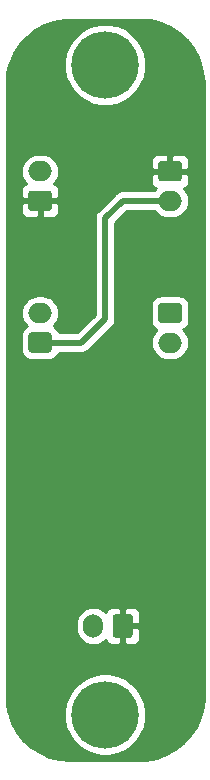
<source format=gbl>
G04 #@! TF.GenerationSoftware,KiCad,Pcbnew,5.1.9+dfsg1-1*
G04 #@! TF.CreationDate,2023-01-27T16:31:19+09:00*
G04 #@! TF.ProjectId,quadtopus-thermistor,71756164-746f-4707-9573-2d746865726d,rev?*
G04 #@! TF.SameCoordinates,Original*
G04 #@! TF.FileFunction,Copper,L2,Bot*
G04 #@! TF.FilePolarity,Positive*
%FSLAX46Y46*%
G04 Gerber Fmt 4.6, Leading zero omitted, Abs format (unit mm)*
G04 Created by KiCad (PCBNEW 5.1.9+dfsg1-1) date 2023-01-27 16:31:19*
%MOMM*%
%LPD*%
G01*
G04 APERTURE LIST*
G04 #@! TA.AperFunction,ComponentPad*
%ADD10C,5.700000*%
G04 #@! TD*
G04 #@! TA.AperFunction,ComponentPad*
%ADD11O,1.700000X2.000000*%
G04 #@! TD*
G04 #@! TA.AperFunction,ComponentPad*
%ADD12O,2.000000X1.700000*%
G04 #@! TD*
G04 #@! TA.AperFunction,Conductor*
%ADD13C,0.500000*%
G04 #@! TD*
G04 #@! TA.AperFunction,Conductor*
%ADD14C,0.254000*%
G04 #@! TD*
G04 #@! TA.AperFunction,Conductor*
%ADD15C,0.100000*%
G04 #@! TD*
G04 APERTURE END LIST*
D10*
X132000000Y-137500000D03*
X132000000Y-82500000D03*
G04 #@! TA.AperFunction,ComponentPad*
G36*
G01*
X134350000Y-129250000D02*
X134350000Y-130750000D01*
G75*
G02*
X134100000Y-131000000I-250000J0D01*
G01*
X132900000Y-131000000D01*
G75*
G02*
X132650000Y-130750000I0J250000D01*
G01*
X132650000Y-129250000D01*
G75*
G02*
X132900000Y-129000000I250000J0D01*
G01*
X134100000Y-129000000D01*
G75*
G02*
X134350000Y-129250000I0J-250000D01*
G01*
G37*
G04 #@! TD.AperFunction*
D11*
X131000000Y-130000000D03*
G04 #@! TA.AperFunction,ComponentPad*
G36*
G01*
X136750000Y-102650000D02*
X138250000Y-102650000D01*
G75*
G02*
X138500000Y-102900000I0J-250000D01*
G01*
X138500000Y-104100000D01*
G75*
G02*
X138250000Y-104350000I-250000J0D01*
G01*
X136750000Y-104350000D01*
G75*
G02*
X136500000Y-104100000I0J250000D01*
G01*
X136500000Y-102900000D01*
G75*
G02*
X136750000Y-102650000I250000J0D01*
G01*
G37*
G04 #@! TD.AperFunction*
D12*
X137500000Y-106000000D03*
X126500000Y-91500000D03*
G04 #@! TA.AperFunction,ComponentPad*
G36*
G01*
X127250000Y-94850000D02*
X125750000Y-94850000D01*
G75*
G02*
X125500000Y-94600000I0J250000D01*
G01*
X125500000Y-93400000D01*
G75*
G02*
X125750000Y-93150000I250000J0D01*
G01*
X127250000Y-93150000D01*
G75*
G02*
X127500000Y-93400000I0J-250000D01*
G01*
X127500000Y-94600000D01*
G75*
G02*
X127250000Y-94850000I-250000J0D01*
G01*
G37*
G04 #@! TD.AperFunction*
G04 #@! TA.AperFunction,ComponentPad*
G36*
G01*
X127250000Y-106850000D02*
X125750000Y-106850000D01*
G75*
G02*
X125500000Y-106600000I0J250000D01*
G01*
X125500000Y-105400000D01*
G75*
G02*
X125750000Y-105150000I250000J0D01*
G01*
X127250000Y-105150000D01*
G75*
G02*
X127500000Y-105400000I0J-250000D01*
G01*
X127500000Y-106600000D01*
G75*
G02*
X127250000Y-106850000I-250000J0D01*
G01*
G37*
G04 #@! TD.AperFunction*
X126500000Y-103500000D03*
X137500000Y-94000000D03*
G04 #@! TA.AperFunction,ComponentPad*
G36*
G01*
X136750000Y-90650000D02*
X138250000Y-90650000D01*
G75*
G02*
X138500000Y-90900000I0J-250000D01*
G01*
X138500000Y-92100000D01*
G75*
G02*
X138250000Y-92350000I-250000J0D01*
G01*
X136750000Y-92350000D01*
G75*
G02*
X136500000Y-92100000I0J250000D01*
G01*
X136500000Y-90900000D01*
G75*
G02*
X136750000Y-90650000I250000J0D01*
G01*
G37*
G04 #@! TD.AperFunction*
D13*
X133500000Y-94000000D02*
X137500000Y-94000000D01*
X132000000Y-95500000D02*
X133500000Y-94000000D01*
X132000000Y-104000000D02*
X132000000Y-95500000D01*
X130000000Y-106000000D02*
X132000000Y-104000000D01*
X126500000Y-106000000D02*
X130000000Y-106000000D01*
D14*
X135871797Y-78733902D02*
X136720182Y-78947001D01*
X137522371Y-79295803D01*
X138256818Y-79770938D01*
X138903798Y-80359646D01*
X139445946Y-81046125D01*
X139868692Y-81811928D01*
X140160684Y-82636491D01*
X140316116Y-83509076D01*
X140340001Y-84015568D01*
X140340000Y-135972911D01*
X140266098Y-136871802D01*
X140052999Y-137720180D01*
X139704197Y-138522371D01*
X139229062Y-139256818D01*
X138640354Y-139903799D01*
X137953875Y-140445946D01*
X137188076Y-140868691D01*
X136363514Y-141160683D01*
X135490925Y-141316116D01*
X134984453Y-141340000D01*
X129027089Y-141340000D01*
X128128198Y-141266098D01*
X127279820Y-141052999D01*
X126477629Y-140704197D01*
X125743182Y-140229062D01*
X125096201Y-139640354D01*
X124554054Y-138953875D01*
X124131309Y-138188076D01*
X123839317Y-137363514D01*
X123802488Y-137156758D01*
X128515000Y-137156758D01*
X128515000Y-137843242D01*
X128648927Y-138516537D01*
X128911633Y-139150766D01*
X129293024Y-139721558D01*
X129778442Y-140206976D01*
X130349234Y-140588367D01*
X130983463Y-140851073D01*
X131656758Y-140985000D01*
X132343242Y-140985000D01*
X133016537Y-140851073D01*
X133650766Y-140588367D01*
X134221558Y-140206976D01*
X134706976Y-139721558D01*
X135088367Y-139150766D01*
X135351073Y-138516537D01*
X135485000Y-137843242D01*
X135485000Y-137156758D01*
X135351073Y-136483463D01*
X135088367Y-135849234D01*
X134706976Y-135278442D01*
X134221558Y-134793024D01*
X133650766Y-134411633D01*
X133016537Y-134148927D01*
X132343242Y-134015000D01*
X131656758Y-134015000D01*
X130983463Y-134148927D01*
X130349234Y-134411633D01*
X129778442Y-134793024D01*
X129293024Y-135278442D01*
X128911633Y-135849234D01*
X128648927Y-136483463D01*
X128515000Y-137156758D01*
X123802488Y-137156758D01*
X123683884Y-136490925D01*
X123660000Y-135984453D01*
X123660000Y-129777050D01*
X129515000Y-129777050D01*
X129515000Y-130222949D01*
X129536487Y-130441110D01*
X129621401Y-130721033D01*
X129759294Y-130979013D01*
X129944866Y-131205134D01*
X130170986Y-131390706D01*
X130428966Y-131528599D01*
X130708889Y-131613513D01*
X131000000Y-131642185D01*
X131291110Y-131613513D01*
X131571033Y-131528599D01*
X131829013Y-131390706D01*
X132049945Y-131209392D01*
X132060498Y-131244180D01*
X132119463Y-131354494D01*
X132198815Y-131451185D01*
X132295506Y-131530537D01*
X132405820Y-131589502D01*
X132525518Y-131625812D01*
X132650000Y-131638072D01*
X133214250Y-131635000D01*
X133373000Y-131476250D01*
X133373000Y-130127000D01*
X133627000Y-130127000D01*
X133627000Y-131476250D01*
X133785750Y-131635000D01*
X134350000Y-131638072D01*
X134474482Y-131625812D01*
X134594180Y-131589502D01*
X134704494Y-131530537D01*
X134801185Y-131451185D01*
X134880537Y-131354494D01*
X134939502Y-131244180D01*
X134975812Y-131124482D01*
X134988072Y-131000000D01*
X134985000Y-130285750D01*
X134826250Y-130127000D01*
X133627000Y-130127000D01*
X133373000Y-130127000D01*
X133353000Y-130127000D01*
X133353000Y-129873000D01*
X133373000Y-129873000D01*
X133373000Y-128523750D01*
X133627000Y-128523750D01*
X133627000Y-129873000D01*
X134826250Y-129873000D01*
X134985000Y-129714250D01*
X134988072Y-129000000D01*
X134975812Y-128875518D01*
X134939502Y-128755820D01*
X134880537Y-128645506D01*
X134801185Y-128548815D01*
X134704494Y-128469463D01*
X134594180Y-128410498D01*
X134474482Y-128374188D01*
X134350000Y-128361928D01*
X133785750Y-128365000D01*
X133627000Y-128523750D01*
X133373000Y-128523750D01*
X133214250Y-128365000D01*
X132650000Y-128361928D01*
X132525518Y-128374188D01*
X132405820Y-128410498D01*
X132295506Y-128469463D01*
X132198815Y-128548815D01*
X132119463Y-128645506D01*
X132060498Y-128755820D01*
X132049945Y-128790608D01*
X131829014Y-128609294D01*
X131571034Y-128471401D01*
X131291111Y-128386487D01*
X131000000Y-128357815D01*
X130708890Y-128386487D01*
X130428967Y-128471401D01*
X130170987Y-128609294D01*
X129944866Y-128794866D01*
X129759294Y-129020986D01*
X129621401Y-129278966D01*
X129536487Y-129558889D01*
X129515000Y-129777050D01*
X123660000Y-129777050D01*
X123660000Y-103500000D01*
X124857815Y-103500000D01*
X124886487Y-103791111D01*
X124971401Y-104071034D01*
X125109294Y-104329014D01*
X125294866Y-104555134D01*
X125358337Y-104607223D01*
X125256614Y-104661595D01*
X125122038Y-104772038D01*
X125011595Y-104906614D01*
X124929528Y-105060150D01*
X124878992Y-105226746D01*
X124861928Y-105400000D01*
X124861928Y-106600000D01*
X124878992Y-106773254D01*
X124929528Y-106939850D01*
X125011595Y-107093386D01*
X125122038Y-107227962D01*
X125256614Y-107338405D01*
X125410150Y-107420472D01*
X125576746Y-107471008D01*
X125750000Y-107488072D01*
X127250000Y-107488072D01*
X127423254Y-107471008D01*
X127589850Y-107420472D01*
X127743386Y-107338405D01*
X127877962Y-107227962D01*
X127988405Y-107093386D01*
X128070472Y-106939850D01*
X128087110Y-106885000D01*
X129956531Y-106885000D01*
X130000000Y-106889281D01*
X130043469Y-106885000D01*
X130043477Y-106885000D01*
X130173490Y-106872195D01*
X130340313Y-106821589D01*
X130494059Y-106739411D01*
X130628817Y-106628817D01*
X130656534Y-106595044D01*
X131251578Y-106000000D01*
X135857815Y-106000000D01*
X135886487Y-106291111D01*
X135971401Y-106571034D01*
X136109294Y-106829014D01*
X136294866Y-107055134D01*
X136520986Y-107240706D01*
X136778966Y-107378599D01*
X137058889Y-107463513D01*
X137277050Y-107485000D01*
X137722950Y-107485000D01*
X137941111Y-107463513D01*
X138221034Y-107378599D01*
X138479014Y-107240706D01*
X138705134Y-107055134D01*
X138890706Y-106829014D01*
X139028599Y-106571034D01*
X139113513Y-106291111D01*
X139142185Y-106000000D01*
X139113513Y-105708889D01*
X139028599Y-105428966D01*
X138890706Y-105170986D01*
X138705134Y-104944866D01*
X138641663Y-104892777D01*
X138743386Y-104838405D01*
X138877962Y-104727962D01*
X138988405Y-104593386D01*
X139070472Y-104439850D01*
X139121008Y-104273254D01*
X139138072Y-104100000D01*
X139138072Y-102900000D01*
X139121008Y-102726746D01*
X139070472Y-102560150D01*
X138988405Y-102406614D01*
X138877962Y-102272038D01*
X138743386Y-102161595D01*
X138589850Y-102079528D01*
X138423254Y-102028992D01*
X138250000Y-102011928D01*
X136750000Y-102011928D01*
X136576746Y-102028992D01*
X136410150Y-102079528D01*
X136256614Y-102161595D01*
X136122038Y-102272038D01*
X136011595Y-102406614D01*
X135929528Y-102560150D01*
X135878992Y-102726746D01*
X135861928Y-102900000D01*
X135861928Y-104100000D01*
X135878992Y-104273254D01*
X135929528Y-104439850D01*
X136011595Y-104593386D01*
X136122038Y-104727962D01*
X136256614Y-104838405D01*
X136358337Y-104892777D01*
X136294866Y-104944866D01*
X136109294Y-105170986D01*
X135971401Y-105428966D01*
X135886487Y-105708889D01*
X135857815Y-106000000D01*
X131251578Y-106000000D01*
X132595050Y-104656529D01*
X132628817Y-104628817D01*
X132739411Y-104494059D01*
X132821589Y-104340313D01*
X132872195Y-104173490D01*
X132885000Y-104043477D01*
X132885000Y-104043467D01*
X132889281Y-104000001D01*
X132885000Y-103956535D01*
X132885000Y-95866578D01*
X133866579Y-94885000D01*
X136155241Y-94885000D01*
X136294866Y-95055134D01*
X136520986Y-95240706D01*
X136778966Y-95378599D01*
X137058889Y-95463513D01*
X137277050Y-95485000D01*
X137722950Y-95485000D01*
X137941111Y-95463513D01*
X138221034Y-95378599D01*
X138479014Y-95240706D01*
X138705134Y-95055134D01*
X138890706Y-94829014D01*
X139028599Y-94571034D01*
X139113513Y-94291111D01*
X139142185Y-94000000D01*
X139113513Y-93708889D01*
X139028599Y-93428966D01*
X138890706Y-93170986D01*
X138709392Y-92950055D01*
X138744180Y-92939502D01*
X138854494Y-92880537D01*
X138951185Y-92801185D01*
X139030537Y-92704494D01*
X139089502Y-92594180D01*
X139125812Y-92474482D01*
X139138072Y-92350000D01*
X139135000Y-91785750D01*
X138976250Y-91627000D01*
X137627000Y-91627000D01*
X137627000Y-91647000D01*
X137373000Y-91647000D01*
X137373000Y-91627000D01*
X136023750Y-91627000D01*
X135865000Y-91785750D01*
X135861928Y-92350000D01*
X135874188Y-92474482D01*
X135910498Y-92594180D01*
X135969463Y-92704494D01*
X136048815Y-92801185D01*
X136145506Y-92880537D01*
X136255820Y-92939502D01*
X136290608Y-92950055D01*
X136155241Y-93115000D01*
X133543465Y-93115000D01*
X133499999Y-93110719D01*
X133456533Y-93115000D01*
X133456523Y-93115000D01*
X133326510Y-93127805D01*
X133159687Y-93178411D01*
X133005941Y-93260589D01*
X133005939Y-93260590D01*
X133005940Y-93260590D01*
X132904953Y-93343468D01*
X132904951Y-93343470D01*
X132871183Y-93371183D01*
X132843470Y-93404951D01*
X131404951Y-94843471D01*
X131371184Y-94871183D01*
X131343471Y-94904951D01*
X131343468Y-94904954D01*
X131260590Y-95005941D01*
X131178412Y-95159687D01*
X131127805Y-95326510D01*
X131110719Y-95500000D01*
X131115001Y-95543479D01*
X131115000Y-103633421D01*
X129633422Y-105115000D01*
X128087110Y-105115000D01*
X128070472Y-105060150D01*
X127988405Y-104906614D01*
X127877962Y-104772038D01*
X127743386Y-104661595D01*
X127641663Y-104607223D01*
X127705134Y-104555134D01*
X127890706Y-104329014D01*
X128028599Y-104071034D01*
X128113513Y-103791111D01*
X128142185Y-103500000D01*
X128113513Y-103208889D01*
X128028599Y-102928966D01*
X127890706Y-102670986D01*
X127705134Y-102444866D01*
X127479014Y-102259294D01*
X127221034Y-102121401D01*
X126941111Y-102036487D01*
X126722950Y-102015000D01*
X126277050Y-102015000D01*
X126058889Y-102036487D01*
X125778966Y-102121401D01*
X125520986Y-102259294D01*
X125294866Y-102444866D01*
X125109294Y-102670986D01*
X124971401Y-102928966D01*
X124886487Y-103208889D01*
X124857815Y-103500000D01*
X123660000Y-103500000D01*
X123660000Y-94850000D01*
X124861928Y-94850000D01*
X124874188Y-94974482D01*
X124910498Y-95094180D01*
X124969463Y-95204494D01*
X125048815Y-95301185D01*
X125145506Y-95380537D01*
X125255820Y-95439502D01*
X125375518Y-95475812D01*
X125500000Y-95488072D01*
X126214250Y-95485000D01*
X126373000Y-95326250D01*
X126373000Y-94127000D01*
X126627000Y-94127000D01*
X126627000Y-95326250D01*
X126785750Y-95485000D01*
X127500000Y-95488072D01*
X127624482Y-95475812D01*
X127744180Y-95439502D01*
X127854494Y-95380537D01*
X127951185Y-95301185D01*
X128030537Y-95204494D01*
X128089502Y-95094180D01*
X128125812Y-94974482D01*
X128138072Y-94850000D01*
X128135000Y-94285750D01*
X127976250Y-94127000D01*
X126627000Y-94127000D01*
X126373000Y-94127000D01*
X125023750Y-94127000D01*
X124865000Y-94285750D01*
X124861928Y-94850000D01*
X123660000Y-94850000D01*
X123660000Y-91500000D01*
X124857815Y-91500000D01*
X124886487Y-91791111D01*
X124971401Y-92071034D01*
X125109294Y-92329014D01*
X125290608Y-92549945D01*
X125255820Y-92560498D01*
X125145506Y-92619463D01*
X125048815Y-92698815D01*
X124969463Y-92795506D01*
X124910498Y-92905820D01*
X124874188Y-93025518D01*
X124861928Y-93150000D01*
X124865000Y-93714250D01*
X125023750Y-93873000D01*
X126373000Y-93873000D01*
X126373000Y-93853000D01*
X126627000Y-93853000D01*
X126627000Y-93873000D01*
X127976250Y-93873000D01*
X128135000Y-93714250D01*
X128138072Y-93150000D01*
X128125812Y-93025518D01*
X128089502Y-92905820D01*
X128030537Y-92795506D01*
X127951185Y-92698815D01*
X127854494Y-92619463D01*
X127744180Y-92560498D01*
X127709392Y-92549945D01*
X127890706Y-92329014D01*
X128028599Y-92071034D01*
X128113513Y-91791111D01*
X128142185Y-91500000D01*
X128113513Y-91208889D01*
X128028599Y-90928966D01*
X127890706Y-90670986D01*
X127873484Y-90650000D01*
X135861928Y-90650000D01*
X135865000Y-91214250D01*
X136023750Y-91373000D01*
X137373000Y-91373000D01*
X137373000Y-90173750D01*
X137627000Y-90173750D01*
X137627000Y-91373000D01*
X138976250Y-91373000D01*
X139135000Y-91214250D01*
X139138072Y-90650000D01*
X139125812Y-90525518D01*
X139089502Y-90405820D01*
X139030537Y-90295506D01*
X138951185Y-90198815D01*
X138854494Y-90119463D01*
X138744180Y-90060498D01*
X138624482Y-90024188D01*
X138500000Y-90011928D01*
X137785750Y-90015000D01*
X137627000Y-90173750D01*
X137373000Y-90173750D01*
X137214250Y-90015000D01*
X136500000Y-90011928D01*
X136375518Y-90024188D01*
X136255820Y-90060498D01*
X136145506Y-90119463D01*
X136048815Y-90198815D01*
X135969463Y-90295506D01*
X135910498Y-90405820D01*
X135874188Y-90525518D01*
X135861928Y-90650000D01*
X127873484Y-90650000D01*
X127705134Y-90444866D01*
X127479014Y-90259294D01*
X127221034Y-90121401D01*
X126941111Y-90036487D01*
X126722950Y-90015000D01*
X126277050Y-90015000D01*
X126058889Y-90036487D01*
X125778966Y-90121401D01*
X125520986Y-90259294D01*
X125294866Y-90444866D01*
X125109294Y-90670986D01*
X124971401Y-90928966D01*
X124886487Y-91208889D01*
X124857815Y-91500000D01*
X123660000Y-91500000D01*
X123660000Y-84027089D01*
X123733902Y-83128203D01*
X123947001Y-82279818D01*
X124000509Y-82156758D01*
X128515000Y-82156758D01*
X128515000Y-82843242D01*
X128648927Y-83516537D01*
X128911633Y-84150766D01*
X129293024Y-84721558D01*
X129778442Y-85206976D01*
X130349234Y-85588367D01*
X130983463Y-85851073D01*
X131656758Y-85985000D01*
X132343242Y-85985000D01*
X133016537Y-85851073D01*
X133650766Y-85588367D01*
X134221558Y-85206976D01*
X134706976Y-84721558D01*
X135088367Y-84150766D01*
X135351073Y-83516537D01*
X135485000Y-82843242D01*
X135485000Y-82156758D01*
X135351073Y-81483463D01*
X135088367Y-80849234D01*
X134706976Y-80278442D01*
X134221558Y-79793024D01*
X133650766Y-79411633D01*
X133016537Y-79148927D01*
X132343242Y-79015000D01*
X131656758Y-79015000D01*
X130983463Y-79148927D01*
X130349234Y-79411633D01*
X129778442Y-79793024D01*
X129293024Y-80278442D01*
X128911633Y-80849234D01*
X128648927Y-81483463D01*
X128515000Y-82156758D01*
X124000509Y-82156758D01*
X124295803Y-81477629D01*
X124770938Y-80743182D01*
X125359646Y-80096202D01*
X126046125Y-79554054D01*
X126811928Y-79131308D01*
X127636491Y-78839316D01*
X128509076Y-78683884D01*
X129015547Y-78660000D01*
X134972911Y-78660000D01*
X135871797Y-78733902D01*
G04 #@! TA.AperFunction,Conductor*
D15*
G36*
X135871797Y-78733902D02*
G01*
X136720182Y-78947001D01*
X137522371Y-79295803D01*
X138256818Y-79770938D01*
X138903798Y-80359646D01*
X139445946Y-81046125D01*
X139868692Y-81811928D01*
X140160684Y-82636491D01*
X140316116Y-83509076D01*
X140340001Y-84015568D01*
X140340000Y-135972911D01*
X140266098Y-136871802D01*
X140052999Y-137720180D01*
X139704197Y-138522371D01*
X139229062Y-139256818D01*
X138640354Y-139903799D01*
X137953875Y-140445946D01*
X137188076Y-140868691D01*
X136363514Y-141160683D01*
X135490925Y-141316116D01*
X134984453Y-141340000D01*
X129027089Y-141340000D01*
X128128198Y-141266098D01*
X127279820Y-141052999D01*
X126477629Y-140704197D01*
X125743182Y-140229062D01*
X125096201Y-139640354D01*
X124554054Y-138953875D01*
X124131309Y-138188076D01*
X123839317Y-137363514D01*
X123802488Y-137156758D01*
X128515000Y-137156758D01*
X128515000Y-137843242D01*
X128648927Y-138516537D01*
X128911633Y-139150766D01*
X129293024Y-139721558D01*
X129778442Y-140206976D01*
X130349234Y-140588367D01*
X130983463Y-140851073D01*
X131656758Y-140985000D01*
X132343242Y-140985000D01*
X133016537Y-140851073D01*
X133650766Y-140588367D01*
X134221558Y-140206976D01*
X134706976Y-139721558D01*
X135088367Y-139150766D01*
X135351073Y-138516537D01*
X135485000Y-137843242D01*
X135485000Y-137156758D01*
X135351073Y-136483463D01*
X135088367Y-135849234D01*
X134706976Y-135278442D01*
X134221558Y-134793024D01*
X133650766Y-134411633D01*
X133016537Y-134148927D01*
X132343242Y-134015000D01*
X131656758Y-134015000D01*
X130983463Y-134148927D01*
X130349234Y-134411633D01*
X129778442Y-134793024D01*
X129293024Y-135278442D01*
X128911633Y-135849234D01*
X128648927Y-136483463D01*
X128515000Y-137156758D01*
X123802488Y-137156758D01*
X123683884Y-136490925D01*
X123660000Y-135984453D01*
X123660000Y-129777050D01*
X129515000Y-129777050D01*
X129515000Y-130222949D01*
X129536487Y-130441110D01*
X129621401Y-130721033D01*
X129759294Y-130979013D01*
X129944866Y-131205134D01*
X130170986Y-131390706D01*
X130428966Y-131528599D01*
X130708889Y-131613513D01*
X131000000Y-131642185D01*
X131291110Y-131613513D01*
X131571033Y-131528599D01*
X131829013Y-131390706D01*
X132049945Y-131209392D01*
X132060498Y-131244180D01*
X132119463Y-131354494D01*
X132198815Y-131451185D01*
X132295506Y-131530537D01*
X132405820Y-131589502D01*
X132525518Y-131625812D01*
X132650000Y-131638072D01*
X133214250Y-131635000D01*
X133373000Y-131476250D01*
X133373000Y-130127000D01*
X133627000Y-130127000D01*
X133627000Y-131476250D01*
X133785750Y-131635000D01*
X134350000Y-131638072D01*
X134474482Y-131625812D01*
X134594180Y-131589502D01*
X134704494Y-131530537D01*
X134801185Y-131451185D01*
X134880537Y-131354494D01*
X134939502Y-131244180D01*
X134975812Y-131124482D01*
X134988072Y-131000000D01*
X134985000Y-130285750D01*
X134826250Y-130127000D01*
X133627000Y-130127000D01*
X133373000Y-130127000D01*
X133353000Y-130127000D01*
X133353000Y-129873000D01*
X133373000Y-129873000D01*
X133373000Y-128523750D01*
X133627000Y-128523750D01*
X133627000Y-129873000D01*
X134826250Y-129873000D01*
X134985000Y-129714250D01*
X134988072Y-129000000D01*
X134975812Y-128875518D01*
X134939502Y-128755820D01*
X134880537Y-128645506D01*
X134801185Y-128548815D01*
X134704494Y-128469463D01*
X134594180Y-128410498D01*
X134474482Y-128374188D01*
X134350000Y-128361928D01*
X133785750Y-128365000D01*
X133627000Y-128523750D01*
X133373000Y-128523750D01*
X133214250Y-128365000D01*
X132650000Y-128361928D01*
X132525518Y-128374188D01*
X132405820Y-128410498D01*
X132295506Y-128469463D01*
X132198815Y-128548815D01*
X132119463Y-128645506D01*
X132060498Y-128755820D01*
X132049945Y-128790608D01*
X131829014Y-128609294D01*
X131571034Y-128471401D01*
X131291111Y-128386487D01*
X131000000Y-128357815D01*
X130708890Y-128386487D01*
X130428967Y-128471401D01*
X130170987Y-128609294D01*
X129944866Y-128794866D01*
X129759294Y-129020986D01*
X129621401Y-129278966D01*
X129536487Y-129558889D01*
X129515000Y-129777050D01*
X123660000Y-129777050D01*
X123660000Y-103500000D01*
X124857815Y-103500000D01*
X124886487Y-103791111D01*
X124971401Y-104071034D01*
X125109294Y-104329014D01*
X125294866Y-104555134D01*
X125358337Y-104607223D01*
X125256614Y-104661595D01*
X125122038Y-104772038D01*
X125011595Y-104906614D01*
X124929528Y-105060150D01*
X124878992Y-105226746D01*
X124861928Y-105400000D01*
X124861928Y-106600000D01*
X124878992Y-106773254D01*
X124929528Y-106939850D01*
X125011595Y-107093386D01*
X125122038Y-107227962D01*
X125256614Y-107338405D01*
X125410150Y-107420472D01*
X125576746Y-107471008D01*
X125750000Y-107488072D01*
X127250000Y-107488072D01*
X127423254Y-107471008D01*
X127589850Y-107420472D01*
X127743386Y-107338405D01*
X127877962Y-107227962D01*
X127988405Y-107093386D01*
X128070472Y-106939850D01*
X128087110Y-106885000D01*
X129956531Y-106885000D01*
X130000000Y-106889281D01*
X130043469Y-106885000D01*
X130043477Y-106885000D01*
X130173490Y-106872195D01*
X130340313Y-106821589D01*
X130494059Y-106739411D01*
X130628817Y-106628817D01*
X130656534Y-106595044D01*
X131251578Y-106000000D01*
X135857815Y-106000000D01*
X135886487Y-106291111D01*
X135971401Y-106571034D01*
X136109294Y-106829014D01*
X136294866Y-107055134D01*
X136520986Y-107240706D01*
X136778966Y-107378599D01*
X137058889Y-107463513D01*
X137277050Y-107485000D01*
X137722950Y-107485000D01*
X137941111Y-107463513D01*
X138221034Y-107378599D01*
X138479014Y-107240706D01*
X138705134Y-107055134D01*
X138890706Y-106829014D01*
X139028599Y-106571034D01*
X139113513Y-106291111D01*
X139142185Y-106000000D01*
X139113513Y-105708889D01*
X139028599Y-105428966D01*
X138890706Y-105170986D01*
X138705134Y-104944866D01*
X138641663Y-104892777D01*
X138743386Y-104838405D01*
X138877962Y-104727962D01*
X138988405Y-104593386D01*
X139070472Y-104439850D01*
X139121008Y-104273254D01*
X139138072Y-104100000D01*
X139138072Y-102900000D01*
X139121008Y-102726746D01*
X139070472Y-102560150D01*
X138988405Y-102406614D01*
X138877962Y-102272038D01*
X138743386Y-102161595D01*
X138589850Y-102079528D01*
X138423254Y-102028992D01*
X138250000Y-102011928D01*
X136750000Y-102011928D01*
X136576746Y-102028992D01*
X136410150Y-102079528D01*
X136256614Y-102161595D01*
X136122038Y-102272038D01*
X136011595Y-102406614D01*
X135929528Y-102560150D01*
X135878992Y-102726746D01*
X135861928Y-102900000D01*
X135861928Y-104100000D01*
X135878992Y-104273254D01*
X135929528Y-104439850D01*
X136011595Y-104593386D01*
X136122038Y-104727962D01*
X136256614Y-104838405D01*
X136358337Y-104892777D01*
X136294866Y-104944866D01*
X136109294Y-105170986D01*
X135971401Y-105428966D01*
X135886487Y-105708889D01*
X135857815Y-106000000D01*
X131251578Y-106000000D01*
X132595050Y-104656529D01*
X132628817Y-104628817D01*
X132739411Y-104494059D01*
X132821589Y-104340313D01*
X132872195Y-104173490D01*
X132885000Y-104043477D01*
X132885000Y-104043467D01*
X132889281Y-104000001D01*
X132885000Y-103956535D01*
X132885000Y-95866578D01*
X133866579Y-94885000D01*
X136155241Y-94885000D01*
X136294866Y-95055134D01*
X136520986Y-95240706D01*
X136778966Y-95378599D01*
X137058889Y-95463513D01*
X137277050Y-95485000D01*
X137722950Y-95485000D01*
X137941111Y-95463513D01*
X138221034Y-95378599D01*
X138479014Y-95240706D01*
X138705134Y-95055134D01*
X138890706Y-94829014D01*
X139028599Y-94571034D01*
X139113513Y-94291111D01*
X139142185Y-94000000D01*
X139113513Y-93708889D01*
X139028599Y-93428966D01*
X138890706Y-93170986D01*
X138709392Y-92950055D01*
X138744180Y-92939502D01*
X138854494Y-92880537D01*
X138951185Y-92801185D01*
X139030537Y-92704494D01*
X139089502Y-92594180D01*
X139125812Y-92474482D01*
X139138072Y-92350000D01*
X139135000Y-91785750D01*
X138976250Y-91627000D01*
X137627000Y-91627000D01*
X137627000Y-91647000D01*
X137373000Y-91647000D01*
X137373000Y-91627000D01*
X136023750Y-91627000D01*
X135865000Y-91785750D01*
X135861928Y-92350000D01*
X135874188Y-92474482D01*
X135910498Y-92594180D01*
X135969463Y-92704494D01*
X136048815Y-92801185D01*
X136145506Y-92880537D01*
X136255820Y-92939502D01*
X136290608Y-92950055D01*
X136155241Y-93115000D01*
X133543465Y-93115000D01*
X133499999Y-93110719D01*
X133456533Y-93115000D01*
X133456523Y-93115000D01*
X133326510Y-93127805D01*
X133159687Y-93178411D01*
X133005941Y-93260589D01*
X133005939Y-93260590D01*
X133005940Y-93260590D01*
X132904953Y-93343468D01*
X132904951Y-93343470D01*
X132871183Y-93371183D01*
X132843470Y-93404951D01*
X131404951Y-94843471D01*
X131371184Y-94871183D01*
X131343471Y-94904951D01*
X131343468Y-94904954D01*
X131260590Y-95005941D01*
X131178412Y-95159687D01*
X131127805Y-95326510D01*
X131110719Y-95500000D01*
X131115001Y-95543479D01*
X131115000Y-103633421D01*
X129633422Y-105115000D01*
X128087110Y-105115000D01*
X128070472Y-105060150D01*
X127988405Y-104906614D01*
X127877962Y-104772038D01*
X127743386Y-104661595D01*
X127641663Y-104607223D01*
X127705134Y-104555134D01*
X127890706Y-104329014D01*
X128028599Y-104071034D01*
X128113513Y-103791111D01*
X128142185Y-103500000D01*
X128113513Y-103208889D01*
X128028599Y-102928966D01*
X127890706Y-102670986D01*
X127705134Y-102444866D01*
X127479014Y-102259294D01*
X127221034Y-102121401D01*
X126941111Y-102036487D01*
X126722950Y-102015000D01*
X126277050Y-102015000D01*
X126058889Y-102036487D01*
X125778966Y-102121401D01*
X125520986Y-102259294D01*
X125294866Y-102444866D01*
X125109294Y-102670986D01*
X124971401Y-102928966D01*
X124886487Y-103208889D01*
X124857815Y-103500000D01*
X123660000Y-103500000D01*
X123660000Y-94850000D01*
X124861928Y-94850000D01*
X124874188Y-94974482D01*
X124910498Y-95094180D01*
X124969463Y-95204494D01*
X125048815Y-95301185D01*
X125145506Y-95380537D01*
X125255820Y-95439502D01*
X125375518Y-95475812D01*
X125500000Y-95488072D01*
X126214250Y-95485000D01*
X126373000Y-95326250D01*
X126373000Y-94127000D01*
X126627000Y-94127000D01*
X126627000Y-95326250D01*
X126785750Y-95485000D01*
X127500000Y-95488072D01*
X127624482Y-95475812D01*
X127744180Y-95439502D01*
X127854494Y-95380537D01*
X127951185Y-95301185D01*
X128030537Y-95204494D01*
X128089502Y-95094180D01*
X128125812Y-94974482D01*
X128138072Y-94850000D01*
X128135000Y-94285750D01*
X127976250Y-94127000D01*
X126627000Y-94127000D01*
X126373000Y-94127000D01*
X125023750Y-94127000D01*
X124865000Y-94285750D01*
X124861928Y-94850000D01*
X123660000Y-94850000D01*
X123660000Y-91500000D01*
X124857815Y-91500000D01*
X124886487Y-91791111D01*
X124971401Y-92071034D01*
X125109294Y-92329014D01*
X125290608Y-92549945D01*
X125255820Y-92560498D01*
X125145506Y-92619463D01*
X125048815Y-92698815D01*
X124969463Y-92795506D01*
X124910498Y-92905820D01*
X124874188Y-93025518D01*
X124861928Y-93150000D01*
X124865000Y-93714250D01*
X125023750Y-93873000D01*
X126373000Y-93873000D01*
X126373000Y-93853000D01*
X126627000Y-93853000D01*
X126627000Y-93873000D01*
X127976250Y-93873000D01*
X128135000Y-93714250D01*
X128138072Y-93150000D01*
X128125812Y-93025518D01*
X128089502Y-92905820D01*
X128030537Y-92795506D01*
X127951185Y-92698815D01*
X127854494Y-92619463D01*
X127744180Y-92560498D01*
X127709392Y-92549945D01*
X127890706Y-92329014D01*
X128028599Y-92071034D01*
X128113513Y-91791111D01*
X128142185Y-91500000D01*
X128113513Y-91208889D01*
X128028599Y-90928966D01*
X127890706Y-90670986D01*
X127873484Y-90650000D01*
X135861928Y-90650000D01*
X135865000Y-91214250D01*
X136023750Y-91373000D01*
X137373000Y-91373000D01*
X137373000Y-90173750D01*
X137627000Y-90173750D01*
X137627000Y-91373000D01*
X138976250Y-91373000D01*
X139135000Y-91214250D01*
X139138072Y-90650000D01*
X139125812Y-90525518D01*
X139089502Y-90405820D01*
X139030537Y-90295506D01*
X138951185Y-90198815D01*
X138854494Y-90119463D01*
X138744180Y-90060498D01*
X138624482Y-90024188D01*
X138500000Y-90011928D01*
X137785750Y-90015000D01*
X137627000Y-90173750D01*
X137373000Y-90173750D01*
X137214250Y-90015000D01*
X136500000Y-90011928D01*
X136375518Y-90024188D01*
X136255820Y-90060498D01*
X136145506Y-90119463D01*
X136048815Y-90198815D01*
X135969463Y-90295506D01*
X135910498Y-90405820D01*
X135874188Y-90525518D01*
X135861928Y-90650000D01*
X127873484Y-90650000D01*
X127705134Y-90444866D01*
X127479014Y-90259294D01*
X127221034Y-90121401D01*
X126941111Y-90036487D01*
X126722950Y-90015000D01*
X126277050Y-90015000D01*
X126058889Y-90036487D01*
X125778966Y-90121401D01*
X125520986Y-90259294D01*
X125294866Y-90444866D01*
X125109294Y-90670986D01*
X124971401Y-90928966D01*
X124886487Y-91208889D01*
X124857815Y-91500000D01*
X123660000Y-91500000D01*
X123660000Y-84027089D01*
X123733902Y-83128203D01*
X123947001Y-82279818D01*
X124000509Y-82156758D01*
X128515000Y-82156758D01*
X128515000Y-82843242D01*
X128648927Y-83516537D01*
X128911633Y-84150766D01*
X129293024Y-84721558D01*
X129778442Y-85206976D01*
X130349234Y-85588367D01*
X130983463Y-85851073D01*
X131656758Y-85985000D01*
X132343242Y-85985000D01*
X133016537Y-85851073D01*
X133650766Y-85588367D01*
X134221558Y-85206976D01*
X134706976Y-84721558D01*
X135088367Y-84150766D01*
X135351073Y-83516537D01*
X135485000Y-82843242D01*
X135485000Y-82156758D01*
X135351073Y-81483463D01*
X135088367Y-80849234D01*
X134706976Y-80278442D01*
X134221558Y-79793024D01*
X133650766Y-79411633D01*
X133016537Y-79148927D01*
X132343242Y-79015000D01*
X131656758Y-79015000D01*
X130983463Y-79148927D01*
X130349234Y-79411633D01*
X129778442Y-79793024D01*
X129293024Y-80278442D01*
X128911633Y-80849234D01*
X128648927Y-81483463D01*
X128515000Y-82156758D01*
X124000509Y-82156758D01*
X124295803Y-81477629D01*
X124770938Y-80743182D01*
X125359646Y-80096202D01*
X126046125Y-79554054D01*
X126811928Y-79131308D01*
X127636491Y-78839316D01*
X128509076Y-78683884D01*
X129015547Y-78660000D01*
X134972911Y-78660000D01*
X135871797Y-78733902D01*
G37*
G04 #@! TD.AperFunction*
M02*

</source>
